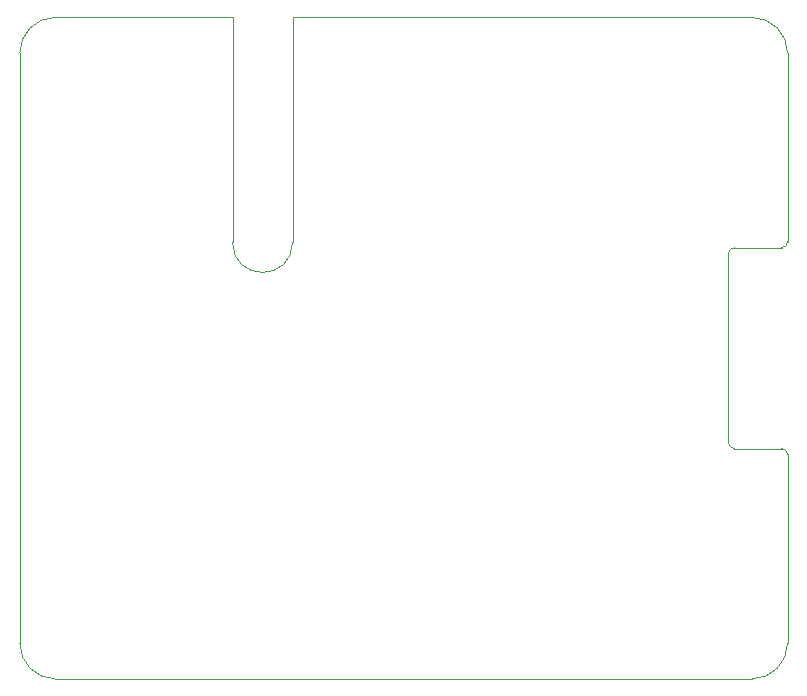
<source format=gm1>
G04 #@! TF.GenerationSoftware,KiCad,Pcbnew,(6.0.4)*
G04 #@! TF.CreationDate,2022-04-28T11:38:27-07:00*
G04 #@! TF.ProjectId,Lec18-PCB_kicad,4c656331-382d-4504-9342-5f6b69636164,rev?*
G04 #@! TF.SameCoordinates,Original*
G04 #@! TF.FileFunction,Profile,NP*
%FSLAX46Y46*%
G04 Gerber Fmt 4.6, Leading zero omitted, Abs format (unit mm)*
G04 Created by KiCad (PCBNEW (6.0.4)) date 2022-04-28 11:38:27*
%MOMM*%
%LPD*%
G01*
G04 APERTURE LIST*
G04 #@! TA.AperFunction,Profile*
%ADD10C,0.100000*%
G04 #@! TD*
G04 APERTURE END LIST*
D10*
X155550000Y-61050000D02*
X155550000Y-45050000D01*
X90550000Y-45050000D02*
X90550000Y-95050000D01*
X152550000Y-42050000D02*
X113640000Y-42050000D01*
X151050000Y-61550000D02*
G75*
G03*
X150550000Y-62050000I0J-500000D01*
G01*
X151050000Y-61550000D02*
X155050000Y-61550000D01*
X108560000Y-61100000D02*
G75*
G03*
X113640000Y-61100000I2540000J0D01*
G01*
X113640000Y-42050000D02*
X113640000Y-61050000D01*
X108560000Y-61100000D02*
X108560000Y-42050000D01*
X90550000Y-95050000D02*
G75*
G03*
X93550000Y-98050000I3000000J0D01*
G01*
X155550000Y-79050000D02*
G75*
G03*
X155050000Y-78550000I-500000J0D01*
G01*
X93550000Y-42050000D02*
G75*
G03*
X90550000Y-45050000I0J-3000000D01*
G01*
X155050873Y-61549999D02*
G75*
G03*
X155550000Y-61050000I-873J499999D01*
G01*
X155550000Y-45050000D02*
G75*
G03*
X152550000Y-42050000I-3000000J0D01*
G01*
X150550000Y-78050000D02*
G75*
G03*
X151050000Y-78550000I500000J0D01*
G01*
X152550000Y-98050000D02*
G75*
G03*
X155550000Y-95050000I0J3000000D01*
G01*
X93550000Y-98050000D02*
X152550000Y-98050000D01*
X108560000Y-42050000D02*
X93320000Y-42050000D01*
X155050000Y-78550000D02*
X151050000Y-78550000D01*
X155550000Y-95050000D02*
X155550000Y-79050000D01*
X150550000Y-78050000D02*
X150550000Y-62050000D01*
M02*

</source>
